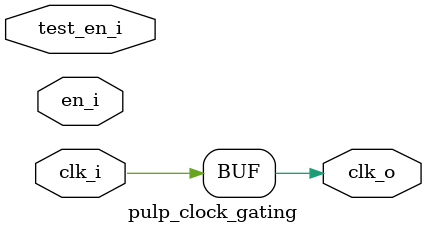
<source format=sv>

module pulp_clock_gating
(
    input  logic clk_i,
    input  logic en_i,
    input  logic test_en_i,
    output logic clk_o
  );

`ifdef EN_CLOCK_GATING
  logic clk_en;

  always_latch
  begin
     if (clk_i == 1'b0)
       clk_en <= en_i | test_en_i;
  end

  assign clk_o = clk_i & clk_en;
`else
   // no clock gates in FPGA flow
  assign clk_o = clk_i;
`endif

endmodule

</source>
